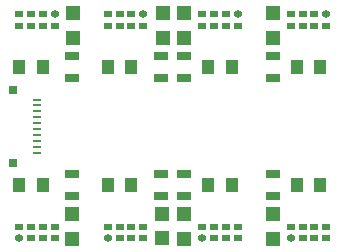
<source format=gbr>
G04 #@! TF.FileFunction,Soldermask,Bot*
%FSLAX46Y46*%
G04 Gerber Fmt 4.6, Leading zero omitted, Abs format (unit mm)*
G04 Created by KiCad (PCBNEW (2014-12-04 BZR 5312)-product) date Ut 21. apríl 2015, 11:03:53 CEST*
%MOMM*%
G01*
G04 APERTURE LIST*
%ADD10C,0.100000*%
%ADD11R,1.300000X0.700000*%
%ADD12R,1.198880X1.198880*%
%ADD13R,0.650000X0.250000*%
%ADD14R,0.800000X0.700000*%
%ADD15O,0.720000X0.600000*%
%ADD16R,0.720000X0.600000*%
%ADD17R,1.000000X1.250000*%
G04 APERTURE END LIST*
D10*
D11*
X190500000Y-108450000D03*
X190500000Y-106550000D03*
D12*
X173601380Y-105031540D03*
X173601380Y-102933500D03*
X181140100Y-105031540D03*
X181140100Y-102933500D03*
X183000000Y-105049020D03*
X183000000Y-102950980D03*
X190500000Y-105049020D03*
X190500000Y-102950980D03*
X190500000Y-119950980D03*
X190500000Y-122049020D03*
X173500000Y-119950980D03*
X173500000Y-122049020D03*
X182920640Y-119923560D03*
X182920640Y-122021600D03*
X181119780Y-119913400D03*
X181119780Y-122011440D03*
D13*
X170537500Y-114750000D03*
X170537500Y-114250000D03*
X170537500Y-113750000D03*
X170537500Y-113250000D03*
X170537500Y-112750000D03*
X170537500Y-112250000D03*
X170537500Y-111750000D03*
X170537500Y-111250000D03*
X170537500Y-110750000D03*
X170537500Y-110250000D03*
D14*
X168462500Y-115600000D03*
X168462500Y-109400000D03*
D15*
X195000000Y-103000000D03*
D16*
X194000000Y-103000000D03*
X193000000Y-103000000D03*
X192000000Y-103000000D03*
X192000000Y-104000000D03*
X193000000Y-104000000D03*
X194000000Y-104000000D03*
X195000000Y-104000000D03*
D15*
X187500000Y-103000000D03*
D16*
X186500000Y-103000000D03*
X185500000Y-103000000D03*
X184500000Y-103000000D03*
X184500000Y-104000000D03*
X185500000Y-104000000D03*
X186500000Y-104000000D03*
X187500000Y-104000000D03*
D15*
X179500000Y-103000000D03*
D16*
X178500000Y-103000000D03*
X177500000Y-103000000D03*
X176500000Y-103000000D03*
X176500000Y-104000000D03*
X177500000Y-104000000D03*
X178500000Y-104000000D03*
X179500000Y-104000000D03*
D15*
X172000000Y-103000000D03*
D16*
X171000000Y-103000000D03*
X170000000Y-103000000D03*
X169000000Y-103000000D03*
X169000000Y-104000000D03*
X170000000Y-104000000D03*
X171000000Y-104000000D03*
X172000000Y-104000000D03*
D15*
X184500000Y-122000000D03*
D16*
X185500000Y-122000000D03*
X186500000Y-122000000D03*
X187500000Y-122000000D03*
X187500000Y-121000000D03*
X186500000Y-121000000D03*
X185500000Y-121000000D03*
X184500000Y-121000000D03*
D15*
X169000000Y-122000000D03*
D16*
X170000000Y-122000000D03*
X171000000Y-122000000D03*
X172000000Y-122000000D03*
X172000000Y-121000000D03*
X171000000Y-121000000D03*
X170000000Y-121000000D03*
X169000000Y-121000000D03*
D15*
X192000000Y-122000000D03*
D16*
X193000000Y-122000000D03*
X194000000Y-122000000D03*
X195000000Y-122000000D03*
X195000000Y-121000000D03*
X194000000Y-121000000D03*
X193000000Y-121000000D03*
X192000000Y-121000000D03*
D15*
X176500000Y-122000000D03*
D16*
X177500000Y-122000000D03*
X178500000Y-122000000D03*
X179500000Y-122000000D03*
X179500000Y-121000000D03*
X178500000Y-121000000D03*
X177500000Y-121000000D03*
X176500000Y-121000000D03*
D17*
X169000000Y-107500000D03*
X171000000Y-107500000D03*
X176500000Y-107500000D03*
X178500000Y-107500000D03*
X185000000Y-107500000D03*
X187000000Y-107500000D03*
X192500000Y-107500000D03*
X194500000Y-107500000D03*
X185000000Y-117500000D03*
X187000000Y-117500000D03*
X169000000Y-117500000D03*
X171000000Y-117500000D03*
X176500000Y-117500000D03*
X178500000Y-117500000D03*
X192500000Y-117500000D03*
X194500000Y-117500000D03*
D11*
X173500000Y-108450000D03*
X173500000Y-106550000D03*
X181000000Y-108450000D03*
X181000000Y-106550000D03*
X183000000Y-108450000D03*
X183000000Y-106550000D03*
X190500000Y-116550000D03*
X190500000Y-118450000D03*
X173500000Y-116550000D03*
X173500000Y-118450000D03*
X183000000Y-116550000D03*
X183000000Y-118450000D03*
X181000000Y-116550000D03*
X181000000Y-118450000D03*
M02*

</source>
